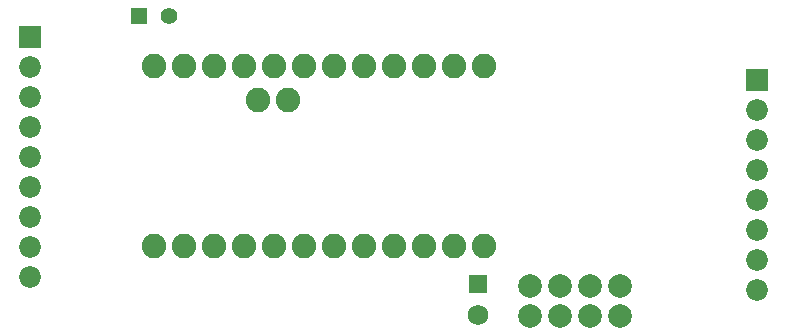
<source format=gbs>
G04 ---------------------------- Layer name :BOTTOM SOLDER LAYER*
G04 easyEDA 0.1*
G04 Scale: 100 percent, Rotated: No, Reflected: No *
G04 Dimensions in inches *
G04 leading zeros omitted , absolute positions ,2 integer and 4 * 
%FSLAX24Y24*%
%MOIN*%
G90*
G70D02*

%ADD12C,0.078866*%
%ADD14R,0.055200X0.055200*%
%ADD15C,0.055200*%
%ADD17C,0.082000*%
%ADD19R,0.072300X0.072300*%
%ADD20C,0.072300*%
%ADD22C,0.068000*%
%ADD24R,0.063000X0.063000*%

%LPD*%
G54D12*
G01X18672Y884D03*
G01X18672Y1886D03*
G01X19672Y886D03*
G01X19672Y1886D03*
G01X20672Y886D03*
G01X20672Y1886D03*
G01X21672Y886D03*
G01X21672Y1886D03*
G54D14*
G01X5622Y10894D03*
G54D15*
G01X6627Y10888D03*
G54D17*
G01X6143Y3232D03*
G01X7143Y3232D03*
G01X8143Y3232D03*
G01X9143Y3232D03*
G01X10143Y3232D03*
G01X11143Y3232D03*
G01X12143Y3232D03*
G01X13143Y3232D03*
G01X14143Y3232D03*
G01X15143Y3232D03*
G01X16143Y3232D03*
G01X17143Y3232D03*
G01X17143Y9232D03*
G01X16143Y9232D03*
G01X15143Y9232D03*
G01X14143Y9232D03*
G01X13143Y9232D03*
G01X12143Y9232D03*
G01X11143Y9232D03*
G01X10143Y9232D03*
G01X9143Y9232D03*
G01X8143Y9232D03*
G01X7143Y9232D03*
G01X6143Y9232D03*
G01X9585Y8101D03*
G01X10585Y8101D03*
G54D19*
G01X26246Y8761D03*
G54D20*
G01X26243Y7759D03*
G01X26243Y6759D03*
G01X26243Y5759D03*
G01X26243Y4759D03*
G01X26243Y3759D03*
G01X26243Y2759D03*
G01X26243Y1759D03*
G54D19*
G01X1988Y10199D03*
G54D20*
G01X1986Y9175D03*
G01X1986Y8175D03*
G01X1986Y7175D03*
G01X1986Y6175D03*
G01X1986Y5175D03*
G01X1986Y4175D03*
G01X1986Y3175D03*
G01X1986Y2175D03*
G54D22*
G01X16927Y932D03*
G54D24*
G01X16939Y1944D03*

M00*
M02*
</source>
